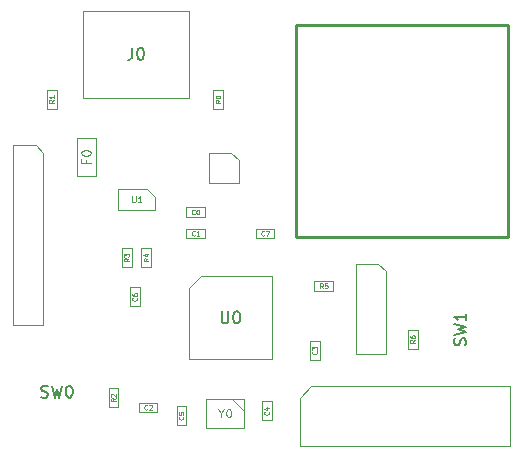
<source format=gbr>
G04 #@! TF.GenerationSoftware,KiCad,Pcbnew,(5.1.9)-1*
G04 #@! TF.CreationDate,2021-03-27T09:55:19-04:00*
G04 #@! TF.ProjectId,atmega32u4_demo,61746d65-6761-4333-9275-345f64656d6f,rev?*
G04 #@! TF.SameCoordinates,Original*
G04 #@! TF.FileFunction,Other,Fab,Top*
%FSLAX46Y46*%
G04 Gerber Fmt 4.6, Leading zero omitted, Abs format (unit mm)*
G04 Created by KiCad (PCBNEW (5.1.9)-1) date 2021-03-27 09:55:19*
%MOMM*%
%LPD*%
G01*
G04 APERTURE LIST*
%ADD10C,0.100000*%
%ADD11C,0.254000*%
%ADD12C,0.150000*%
%ADD13C,0.060000*%
%ADD14C,0.105000*%
%ADD15C,0.075000*%
%ADD16C,0.120000*%
G04 APERTURE END LIST*
D10*
X201345800Y-90170000D02*
X201345800Y-87630000D01*
X203885800Y-90170000D02*
X201345800Y-90170000D01*
X203885800Y-88265000D02*
X203885800Y-90170000D01*
X203250800Y-87630000D02*
X203885800Y-88265000D01*
X201345800Y-87630000D02*
X203250800Y-87630000D01*
X226822000Y-112496600D02*
X209042000Y-112496600D01*
X226822000Y-107416600D02*
X226822000Y-112496600D01*
X210042000Y-107416600D02*
X226822000Y-107416600D01*
X209042000Y-108416600D02*
X210042000Y-107416600D01*
X209042000Y-112496600D02*
X209042000Y-108416600D01*
X184785000Y-102235000D02*
X184785000Y-86995000D01*
X187325000Y-102235000D02*
X184785000Y-102235000D01*
X187325000Y-87630000D02*
X187325000Y-102235000D01*
X186690000Y-86995000D02*
X187325000Y-87630000D01*
X184785000Y-86995000D02*
X186690000Y-86995000D01*
X218205300Y-104203400D02*
X218205300Y-102603400D01*
X219030300Y-104203400D02*
X218205300Y-104203400D01*
X219030300Y-102603400D02*
X219030300Y-104203400D01*
X218205300Y-102603400D02*
X219030300Y-102603400D01*
D11*
X226728800Y-76801200D02*
X226728800Y-94801200D01*
X208728800Y-76801200D02*
X226728800Y-76801200D01*
X208728800Y-94801200D02*
X208728800Y-76801200D01*
X226728800Y-94801200D02*
X208728800Y-94801200D01*
D10*
X205321000Y-94062600D02*
X206921000Y-94062600D01*
X205321000Y-94862600D02*
X205321000Y-94062600D01*
X206921000Y-94862600D02*
X205321000Y-94862600D01*
X206921000Y-94062600D02*
X206921000Y-94862600D01*
X204342800Y-109452600D02*
X203342800Y-108452600D01*
X201142800Y-110952600D02*
X204342800Y-110952600D01*
X201142800Y-108452600D02*
X201142800Y-110952600D01*
X204342800Y-108452600D02*
X201142800Y-108452600D01*
X204342800Y-110952600D02*
X204342800Y-108452600D01*
X196799800Y-92492400D02*
X193699800Y-92492400D01*
X193699800Y-92492400D02*
X193699800Y-90692400D01*
X196149800Y-90692400D02*
X193699800Y-90692400D01*
X196799800Y-92492400D02*
X196799800Y-91342400D01*
X196149800Y-90692400D02*
X196799800Y-91342400D01*
X199700000Y-99100000D02*
X200700000Y-98100000D01*
X199700000Y-105100000D02*
X199700000Y-99100000D01*
X206700000Y-105100000D02*
X199700000Y-105100000D01*
X206700000Y-98100000D02*
X206700000Y-105100000D01*
X200700000Y-98100000D02*
X206700000Y-98100000D01*
X210299400Y-98495100D02*
X211899400Y-98495100D01*
X210299400Y-99320100D02*
X210299400Y-98495100D01*
X211899400Y-99320100D02*
X210299400Y-99320100D01*
X211899400Y-98495100D02*
X211899400Y-99320100D01*
X196475100Y-95694600D02*
X196475100Y-97294600D01*
X195650100Y-95694600D02*
X196475100Y-95694600D01*
X195650100Y-97294600D02*
X195650100Y-95694600D01*
X196475100Y-97294600D02*
X195650100Y-97294600D01*
X194824100Y-95694600D02*
X194824100Y-97294600D01*
X193999100Y-95694600D02*
X194824100Y-95694600D01*
X193999100Y-97294600D02*
X193999100Y-95694600D01*
X194824100Y-97294600D02*
X193999100Y-97294600D01*
X193706500Y-107556400D02*
X193706500Y-109156400D01*
X192881500Y-107556400D02*
X193706500Y-107556400D01*
X192881500Y-109156400D02*
X192881500Y-107556400D01*
X193706500Y-109156400D02*
X192881500Y-109156400D01*
X187649100Y-83883400D02*
X187649100Y-82283400D01*
X188474100Y-83883400D02*
X187649100Y-83883400D01*
X188474100Y-82283400D02*
X188474100Y-83883400D01*
X187649100Y-82283400D02*
X188474100Y-82283400D01*
X201746100Y-83908800D02*
X201746100Y-82308800D01*
X202571100Y-83908800D02*
X201746100Y-83908800D01*
X202571100Y-82308800D02*
X202571100Y-83908800D01*
X201746100Y-82308800D02*
X202571100Y-82308800D01*
X213817200Y-104648000D02*
X213817200Y-97028000D01*
X216357200Y-104648000D02*
X213817200Y-104648000D01*
X216357200Y-97663000D02*
X216357200Y-104648000D01*
X215722200Y-97028000D02*
X216357200Y-97663000D01*
X213817200Y-97028000D02*
X215722200Y-97028000D01*
X199669000Y-82948800D02*
X190729000Y-82948800D01*
X199669000Y-82948800D02*
X199669000Y-75648800D01*
X199669000Y-75648800D02*
X190729000Y-75648800D01*
X190729000Y-82948800D02*
X190729000Y-75648800D01*
X191805000Y-86385600D02*
X191805000Y-89585600D01*
X190205000Y-86385600D02*
X191805000Y-86385600D01*
X190205000Y-89585600D02*
X190205000Y-86385600D01*
X191805000Y-89585600D02*
X190205000Y-89585600D01*
X195497400Y-99022000D02*
X195497400Y-100622000D01*
X194697400Y-99022000D02*
X195497400Y-99022000D01*
X194697400Y-100622000D02*
X194697400Y-99022000D01*
X195497400Y-100622000D02*
X194697400Y-100622000D01*
X199434400Y-109105800D02*
X199434400Y-110705800D01*
X198634400Y-109105800D02*
X199434400Y-109105800D01*
X198634400Y-110705800D02*
X198634400Y-109105800D01*
X199434400Y-110705800D02*
X198634400Y-110705800D01*
X205873400Y-110274000D02*
X205873400Y-108674000D01*
X206673400Y-110274000D02*
X205873400Y-110274000D01*
X206673400Y-108674000D02*
X206673400Y-110274000D01*
X205873400Y-108674000D02*
X206673400Y-108674000D01*
X209937400Y-105168600D02*
X209937400Y-103568600D01*
X210737400Y-105168600D02*
X209937400Y-105168600D01*
X210737400Y-103568600D02*
X210737400Y-105168600D01*
X209937400Y-103568600D02*
X210737400Y-103568600D01*
X197015000Y-109594600D02*
X195415000Y-109594600D01*
X197015000Y-108794600D02*
X197015000Y-109594600D01*
X195415000Y-108794600D02*
X197015000Y-108794600D01*
X195415000Y-109594600D02*
X195415000Y-108794600D01*
X201053600Y-94862600D02*
X199453600Y-94862600D01*
X201053600Y-94062600D02*
X201053600Y-94862600D01*
X199453600Y-94062600D02*
X201053600Y-94062600D01*
X199453600Y-94862600D02*
X199453600Y-94062600D01*
X201028200Y-93059200D02*
X199428200Y-93059200D01*
X201028200Y-92259200D02*
X201028200Y-93059200D01*
X199428200Y-92259200D02*
X201028200Y-92259200D01*
X199428200Y-93059200D02*
X199428200Y-92259200D01*
D12*
X223086561Y-103923933D02*
X223134180Y-103781076D01*
X223134180Y-103542980D01*
X223086561Y-103447742D01*
X223038942Y-103400123D01*
X222943704Y-103352504D01*
X222848466Y-103352504D01*
X222753228Y-103400123D01*
X222705609Y-103447742D01*
X222657990Y-103542980D01*
X222610371Y-103733457D01*
X222562752Y-103828695D01*
X222515133Y-103876314D01*
X222419895Y-103923933D01*
X222324657Y-103923933D01*
X222229419Y-103876314D01*
X222181800Y-103828695D01*
X222134180Y-103733457D01*
X222134180Y-103495361D01*
X222181800Y-103352504D01*
X222134180Y-103019171D02*
X223134180Y-102781076D01*
X222419895Y-102590600D01*
X223134180Y-102400123D01*
X222134180Y-102162028D01*
X223134180Y-101257266D02*
X223134180Y-101828695D01*
X223134180Y-101542980D02*
X222134180Y-101542980D01*
X222277038Y-101638219D01*
X222372276Y-101733457D01*
X222419895Y-101828695D01*
D13*
X218798752Y-103470066D02*
X218608276Y-103603400D01*
X218798752Y-103698638D02*
X218398752Y-103698638D01*
X218398752Y-103546257D01*
X218417800Y-103508161D01*
X218436847Y-103489114D01*
X218474942Y-103470066D01*
X218532085Y-103470066D01*
X218570180Y-103489114D01*
X218589228Y-103508161D01*
X218608276Y-103546257D01*
X218608276Y-103698638D01*
X218398752Y-103127209D02*
X218398752Y-103203400D01*
X218417800Y-103241495D01*
X218436847Y-103260542D01*
X218493990Y-103298638D01*
X218570180Y-103317685D01*
X218722561Y-103317685D01*
X218760657Y-103298638D01*
X218779704Y-103279590D01*
X218798752Y-103241495D01*
X218798752Y-103165304D01*
X218779704Y-103127209D01*
X218760657Y-103108161D01*
X218722561Y-103089114D01*
X218627323Y-103089114D01*
X218589228Y-103108161D01*
X218570180Y-103127209D01*
X218551133Y-103165304D01*
X218551133Y-103241495D01*
X218570180Y-103279590D01*
X218589228Y-103298638D01*
X218627323Y-103317685D01*
D12*
X187160066Y-108303961D02*
X187302923Y-108351580D01*
X187541019Y-108351580D01*
X187636257Y-108303961D01*
X187683876Y-108256342D01*
X187731495Y-108161104D01*
X187731495Y-108065866D01*
X187683876Y-107970628D01*
X187636257Y-107923009D01*
X187541019Y-107875390D01*
X187350542Y-107827771D01*
X187255304Y-107780152D01*
X187207685Y-107732533D01*
X187160066Y-107637295D01*
X187160066Y-107542057D01*
X187207685Y-107446819D01*
X187255304Y-107399200D01*
X187350542Y-107351580D01*
X187588638Y-107351580D01*
X187731495Y-107399200D01*
X188064828Y-107351580D02*
X188302923Y-108351580D01*
X188493400Y-107637295D01*
X188683876Y-108351580D01*
X188921971Y-107351580D01*
X189493400Y-107351580D02*
X189588638Y-107351580D01*
X189683876Y-107399200D01*
X189731495Y-107446819D01*
X189779114Y-107542057D01*
X189826733Y-107732533D01*
X189826733Y-107970628D01*
X189779114Y-108161104D01*
X189731495Y-108256342D01*
X189683876Y-108303961D01*
X189588638Y-108351580D01*
X189493400Y-108351580D01*
X189398161Y-108303961D01*
X189350542Y-108256342D01*
X189302923Y-108161104D01*
X189255304Y-107970628D01*
X189255304Y-107732533D01*
X189302923Y-107542057D01*
X189350542Y-107446819D01*
X189398161Y-107399200D01*
X189493400Y-107351580D01*
D13*
X206054333Y-94605457D02*
X206035285Y-94624504D01*
X205978142Y-94643552D01*
X205940047Y-94643552D01*
X205882904Y-94624504D01*
X205844809Y-94586409D01*
X205825761Y-94548314D01*
X205806714Y-94472123D01*
X205806714Y-94414980D01*
X205825761Y-94338790D01*
X205844809Y-94300695D01*
X205882904Y-94262600D01*
X205940047Y-94243552D01*
X205978142Y-94243552D01*
X206035285Y-94262600D01*
X206054333Y-94281647D01*
X206187666Y-94243552D02*
X206454333Y-94243552D01*
X206282904Y-94643552D01*
D14*
X202409466Y-109685933D02*
X202409466Y-110019266D01*
X202176133Y-109319266D02*
X202409466Y-109685933D01*
X202642800Y-109319266D01*
X203009466Y-109319266D02*
X203076133Y-109319266D01*
X203142800Y-109352600D01*
X203176133Y-109385933D01*
X203209466Y-109452600D01*
X203242800Y-109585933D01*
X203242800Y-109752600D01*
X203209466Y-109885933D01*
X203176133Y-109952600D01*
X203142800Y-109985933D01*
X203076133Y-110019266D01*
X203009466Y-110019266D01*
X202942800Y-109985933D01*
X202909466Y-109952600D01*
X202876133Y-109885933D01*
X202842800Y-109752600D01*
X202842800Y-109585933D01*
X202876133Y-109452600D01*
X202909466Y-109385933D01*
X202942800Y-109352600D01*
X203009466Y-109319266D01*
D15*
X194868847Y-91318590D02*
X194868847Y-91723352D01*
X194892657Y-91770971D01*
X194916466Y-91794780D01*
X194964085Y-91818590D01*
X195059323Y-91818590D01*
X195106942Y-91794780D01*
X195130752Y-91770971D01*
X195154561Y-91723352D01*
X195154561Y-91318590D01*
X195654561Y-91818590D02*
X195368847Y-91818590D01*
X195511704Y-91818590D02*
X195511704Y-91318590D01*
X195464085Y-91390019D01*
X195416466Y-91437638D01*
X195368847Y-91461447D01*
D12*
X202438095Y-101052380D02*
X202438095Y-101861904D01*
X202485714Y-101957142D01*
X202533333Y-102004761D01*
X202628571Y-102052380D01*
X202819047Y-102052380D01*
X202914285Y-102004761D01*
X202961904Y-101957142D01*
X203009523Y-101861904D01*
X203009523Y-101052380D01*
X203676190Y-101052380D02*
X203771428Y-101052380D01*
X203866666Y-101100000D01*
X203914285Y-101147619D01*
X203961904Y-101242857D01*
X204009523Y-101433333D01*
X204009523Y-101671428D01*
X203961904Y-101861904D01*
X203914285Y-101957142D01*
X203866666Y-102004761D01*
X203771428Y-102052380D01*
X203676190Y-102052380D01*
X203580952Y-102004761D01*
X203533333Y-101957142D01*
X203485714Y-101861904D01*
X203438095Y-101671428D01*
X203438095Y-101433333D01*
X203485714Y-101242857D01*
X203533333Y-101147619D01*
X203580952Y-101100000D01*
X203676190Y-101052380D01*
D13*
X211032733Y-99088552D02*
X210899400Y-98898076D01*
X210804161Y-99088552D02*
X210804161Y-98688552D01*
X210956542Y-98688552D01*
X210994638Y-98707600D01*
X211013685Y-98726647D01*
X211032733Y-98764742D01*
X211032733Y-98821885D01*
X211013685Y-98859980D01*
X210994638Y-98879028D01*
X210956542Y-98898076D01*
X210804161Y-98898076D01*
X211394638Y-98688552D02*
X211204161Y-98688552D01*
X211185114Y-98879028D01*
X211204161Y-98859980D01*
X211242257Y-98840933D01*
X211337495Y-98840933D01*
X211375590Y-98859980D01*
X211394638Y-98879028D01*
X211413685Y-98917123D01*
X211413685Y-99012361D01*
X211394638Y-99050457D01*
X211375590Y-99069504D01*
X211337495Y-99088552D01*
X211242257Y-99088552D01*
X211204161Y-99069504D01*
X211185114Y-99050457D01*
X196243552Y-96561266D02*
X196053076Y-96694600D01*
X196243552Y-96789838D02*
X195843552Y-96789838D01*
X195843552Y-96637457D01*
X195862600Y-96599361D01*
X195881647Y-96580314D01*
X195919742Y-96561266D01*
X195976885Y-96561266D01*
X196014980Y-96580314D01*
X196034028Y-96599361D01*
X196053076Y-96637457D01*
X196053076Y-96789838D01*
X195976885Y-96218409D02*
X196243552Y-96218409D01*
X195824504Y-96313647D02*
X196110219Y-96408885D01*
X196110219Y-96161266D01*
X194592552Y-96561266D02*
X194402076Y-96694600D01*
X194592552Y-96789838D02*
X194192552Y-96789838D01*
X194192552Y-96637457D01*
X194211600Y-96599361D01*
X194230647Y-96580314D01*
X194268742Y-96561266D01*
X194325885Y-96561266D01*
X194363980Y-96580314D01*
X194383028Y-96599361D01*
X194402076Y-96637457D01*
X194402076Y-96789838D01*
X194192552Y-96427933D02*
X194192552Y-96180314D01*
X194344933Y-96313647D01*
X194344933Y-96256504D01*
X194363980Y-96218409D01*
X194383028Y-96199361D01*
X194421123Y-96180314D01*
X194516361Y-96180314D01*
X194554457Y-96199361D01*
X194573504Y-96218409D01*
X194592552Y-96256504D01*
X194592552Y-96370790D01*
X194573504Y-96408885D01*
X194554457Y-96427933D01*
X193474952Y-108423066D02*
X193284476Y-108556400D01*
X193474952Y-108651638D02*
X193074952Y-108651638D01*
X193074952Y-108499257D01*
X193094000Y-108461161D01*
X193113047Y-108442114D01*
X193151142Y-108423066D01*
X193208285Y-108423066D01*
X193246380Y-108442114D01*
X193265428Y-108461161D01*
X193284476Y-108499257D01*
X193284476Y-108651638D01*
X193113047Y-108270685D02*
X193094000Y-108251638D01*
X193074952Y-108213542D01*
X193074952Y-108118304D01*
X193094000Y-108080209D01*
X193113047Y-108061161D01*
X193151142Y-108042114D01*
X193189238Y-108042114D01*
X193246380Y-108061161D01*
X193474952Y-108289733D01*
X193474952Y-108042114D01*
X188242552Y-83150066D02*
X188052076Y-83283400D01*
X188242552Y-83378638D02*
X187842552Y-83378638D01*
X187842552Y-83226257D01*
X187861600Y-83188161D01*
X187880647Y-83169114D01*
X187918742Y-83150066D01*
X187975885Y-83150066D01*
X188013980Y-83169114D01*
X188033028Y-83188161D01*
X188052076Y-83226257D01*
X188052076Y-83378638D01*
X188242552Y-82769114D02*
X188242552Y-82997685D01*
X188242552Y-82883400D02*
X187842552Y-82883400D01*
X187899695Y-82921495D01*
X187937790Y-82959590D01*
X187956838Y-82997685D01*
X202339552Y-83175466D02*
X202149076Y-83308800D01*
X202339552Y-83404038D02*
X201939552Y-83404038D01*
X201939552Y-83251657D01*
X201958600Y-83213561D01*
X201977647Y-83194514D01*
X202015742Y-83175466D01*
X202072885Y-83175466D01*
X202110980Y-83194514D01*
X202130028Y-83213561D01*
X202149076Y-83251657D01*
X202149076Y-83404038D01*
X201939552Y-82927847D02*
X201939552Y-82889752D01*
X201958600Y-82851657D01*
X201977647Y-82832609D01*
X202015742Y-82813561D01*
X202091933Y-82794514D01*
X202187171Y-82794514D01*
X202263361Y-82813561D01*
X202301457Y-82832609D01*
X202320504Y-82851657D01*
X202339552Y-82889752D01*
X202339552Y-82927847D01*
X202320504Y-82965942D01*
X202301457Y-82984990D01*
X202263361Y-83004038D01*
X202187171Y-83023085D01*
X202091933Y-83023085D01*
X202015742Y-83004038D01*
X201977647Y-82984990D01*
X201958600Y-82965942D01*
X201939552Y-82927847D01*
D12*
X194865666Y-78751180D02*
X194865666Y-79465466D01*
X194818047Y-79608323D01*
X194722809Y-79703561D01*
X194579952Y-79751180D01*
X194484714Y-79751180D01*
X195532333Y-78751180D02*
X195627571Y-78751180D01*
X195722809Y-78798800D01*
X195770428Y-78846419D01*
X195818047Y-78941657D01*
X195865666Y-79132133D01*
X195865666Y-79370228D01*
X195818047Y-79560704D01*
X195770428Y-79655942D01*
X195722809Y-79703561D01*
X195627571Y-79751180D01*
X195532333Y-79751180D01*
X195437095Y-79703561D01*
X195389476Y-79655942D01*
X195341857Y-79560704D01*
X195294238Y-79370228D01*
X195294238Y-79132133D01*
X195341857Y-78941657D01*
X195389476Y-78846419D01*
X195437095Y-78798800D01*
X195532333Y-78751180D01*
D16*
X190947857Y-88252266D02*
X190947857Y-88518933D01*
X191366904Y-88518933D02*
X190566904Y-88518933D01*
X190566904Y-88137980D01*
X190566904Y-87680838D02*
X190566904Y-87604647D01*
X190605000Y-87528457D01*
X190643095Y-87490361D01*
X190719285Y-87452266D01*
X190871666Y-87414171D01*
X191062142Y-87414171D01*
X191214523Y-87452266D01*
X191290714Y-87490361D01*
X191328809Y-87528457D01*
X191366904Y-87604647D01*
X191366904Y-87680838D01*
X191328809Y-87757028D01*
X191290714Y-87795123D01*
X191214523Y-87833219D01*
X191062142Y-87871314D01*
X190871666Y-87871314D01*
X190719285Y-87833219D01*
X190643095Y-87795123D01*
X190605000Y-87757028D01*
X190566904Y-87680838D01*
D13*
X195240257Y-99888666D02*
X195259304Y-99907714D01*
X195278352Y-99964857D01*
X195278352Y-100002952D01*
X195259304Y-100060095D01*
X195221209Y-100098190D01*
X195183114Y-100117238D01*
X195106923Y-100136285D01*
X195049780Y-100136285D01*
X194973590Y-100117238D01*
X194935495Y-100098190D01*
X194897400Y-100060095D01*
X194878352Y-100002952D01*
X194878352Y-99964857D01*
X194897400Y-99907714D01*
X194916447Y-99888666D01*
X194878352Y-99545809D02*
X194878352Y-99622000D01*
X194897400Y-99660095D01*
X194916447Y-99679142D01*
X194973590Y-99717238D01*
X195049780Y-99736285D01*
X195202161Y-99736285D01*
X195240257Y-99717238D01*
X195259304Y-99698190D01*
X195278352Y-99660095D01*
X195278352Y-99583904D01*
X195259304Y-99545809D01*
X195240257Y-99526761D01*
X195202161Y-99507714D01*
X195106923Y-99507714D01*
X195068828Y-99526761D01*
X195049780Y-99545809D01*
X195030733Y-99583904D01*
X195030733Y-99660095D01*
X195049780Y-99698190D01*
X195068828Y-99717238D01*
X195106923Y-99736285D01*
X199177257Y-109972466D02*
X199196304Y-109991514D01*
X199215352Y-110048657D01*
X199215352Y-110086752D01*
X199196304Y-110143895D01*
X199158209Y-110181990D01*
X199120114Y-110201038D01*
X199043923Y-110220085D01*
X198986780Y-110220085D01*
X198910590Y-110201038D01*
X198872495Y-110181990D01*
X198834400Y-110143895D01*
X198815352Y-110086752D01*
X198815352Y-110048657D01*
X198834400Y-109991514D01*
X198853447Y-109972466D01*
X198815352Y-109610561D02*
X198815352Y-109801038D01*
X199005828Y-109820085D01*
X198986780Y-109801038D01*
X198967733Y-109762942D01*
X198967733Y-109667704D01*
X198986780Y-109629609D01*
X199005828Y-109610561D01*
X199043923Y-109591514D01*
X199139161Y-109591514D01*
X199177257Y-109610561D01*
X199196304Y-109629609D01*
X199215352Y-109667704D01*
X199215352Y-109762942D01*
X199196304Y-109801038D01*
X199177257Y-109820085D01*
X206416257Y-109540666D02*
X206435304Y-109559714D01*
X206454352Y-109616857D01*
X206454352Y-109654952D01*
X206435304Y-109712095D01*
X206397209Y-109750190D01*
X206359114Y-109769238D01*
X206282923Y-109788285D01*
X206225780Y-109788285D01*
X206149590Y-109769238D01*
X206111495Y-109750190D01*
X206073400Y-109712095D01*
X206054352Y-109654952D01*
X206054352Y-109616857D01*
X206073400Y-109559714D01*
X206092447Y-109540666D01*
X206187685Y-109197809D02*
X206454352Y-109197809D01*
X206035304Y-109293047D02*
X206321019Y-109388285D01*
X206321019Y-109140666D01*
X210480257Y-104435266D02*
X210499304Y-104454314D01*
X210518352Y-104511457D01*
X210518352Y-104549552D01*
X210499304Y-104606695D01*
X210461209Y-104644790D01*
X210423114Y-104663838D01*
X210346923Y-104682885D01*
X210289780Y-104682885D01*
X210213590Y-104663838D01*
X210175495Y-104644790D01*
X210137400Y-104606695D01*
X210118352Y-104549552D01*
X210118352Y-104511457D01*
X210137400Y-104454314D01*
X210156447Y-104435266D01*
X210118352Y-104301933D02*
X210118352Y-104054314D01*
X210270733Y-104187647D01*
X210270733Y-104130504D01*
X210289780Y-104092409D01*
X210308828Y-104073361D01*
X210346923Y-104054314D01*
X210442161Y-104054314D01*
X210480257Y-104073361D01*
X210499304Y-104092409D01*
X210518352Y-104130504D01*
X210518352Y-104244790D01*
X210499304Y-104282885D01*
X210480257Y-104301933D01*
X196148333Y-109337457D02*
X196129285Y-109356504D01*
X196072142Y-109375552D01*
X196034047Y-109375552D01*
X195976904Y-109356504D01*
X195938809Y-109318409D01*
X195919761Y-109280314D01*
X195900714Y-109204123D01*
X195900714Y-109146980D01*
X195919761Y-109070790D01*
X195938809Y-109032695D01*
X195976904Y-108994600D01*
X196034047Y-108975552D01*
X196072142Y-108975552D01*
X196129285Y-108994600D01*
X196148333Y-109013647D01*
X196300714Y-109013647D02*
X196319761Y-108994600D01*
X196357857Y-108975552D01*
X196453095Y-108975552D01*
X196491190Y-108994600D01*
X196510238Y-109013647D01*
X196529285Y-109051742D01*
X196529285Y-109089838D01*
X196510238Y-109146980D01*
X196281666Y-109375552D01*
X196529285Y-109375552D01*
X200186933Y-94605457D02*
X200167885Y-94624504D01*
X200110742Y-94643552D01*
X200072647Y-94643552D01*
X200015504Y-94624504D01*
X199977409Y-94586409D01*
X199958361Y-94548314D01*
X199939314Y-94472123D01*
X199939314Y-94414980D01*
X199958361Y-94338790D01*
X199977409Y-94300695D01*
X200015504Y-94262600D01*
X200072647Y-94243552D01*
X200110742Y-94243552D01*
X200167885Y-94262600D01*
X200186933Y-94281647D01*
X200567885Y-94643552D02*
X200339314Y-94643552D01*
X200453600Y-94643552D02*
X200453600Y-94243552D01*
X200415504Y-94300695D01*
X200377409Y-94338790D01*
X200339314Y-94357838D01*
X200161533Y-92802057D02*
X200142485Y-92821104D01*
X200085342Y-92840152D01*
X200047247Y-92840152D01*
X199990104Y-92821104D01*
X199952009Y-92783009D01*
X199932961Y-92744914D01*
X199913914Y-92668723D01*
X199913914Y-92611580D01*
X199932961Y-92535390D01*
X199952009Y-92497295D01*
X199990104Y-92459200D01*
X200047247Y-92440152D01*
X200085342Y-92440152D01*
X200142485Y-92459200D01*
X200161533Y-92478247D01*
X200409152Y-92440152D02*
X200447247Y-92440152D01*
X200485342Y-92459200D01*
X200504390Y-92478247D01*
X200523438Y-92516342D01*
X200542485Y-92592533D01*
X200542485Y-92687771D01*
X200523438Y-92763961D01*
X200504390Y-92802057D01*
X200485342Y-92821104D01*
X200447247Y-92840152D01*
X200409152Y-92840152D01*
X200371057Y-92821104D01*
X200352009Y-92802057D01*
X200332961Y-92763961D01*
X200313914Y-92687771D01*
X200313914Y-92592533D01*
X200332961Y-92516342D01*
X200352009Y-92478247D01*
X200371057Y-92459200D01*
X200409152Y-92440152D01*
M02*

</source>
